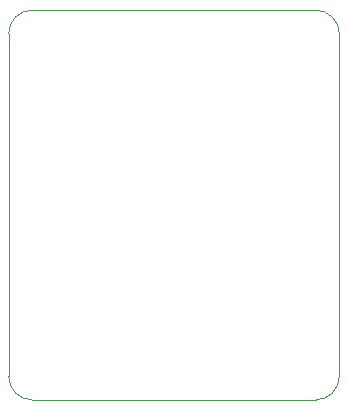
<source format=gbr>
%TF.GenerationSoftware,KiCad,Pcbnew,8.0.5*%
%TF.CreationDate,2024-12-20T11:39:28+13:00*%
%TF.ProjectId,eurorack_to_usb_7805,6575726f-7261-4636-9b5f-746f5f757362,rev?*%
%TF.SameCoordinates,Original*%
%TF.FileFunction,Profile,NP*%
%FSLAX46Y46*%
G04 Gerber Fmt 4.6, Leading zero omitted, Abs format (unit mm)*
G04 Created by KiCad (PCBNEW 8.0.5) date 2024-12-20 11:39:28*
%MOMM*%
%LPD*%
G01*
G04 APERTURE LIST*
%TA.AperFunction,Profile*%
%ADD10C,0.050000*%
%TD*%
G04 APERTURE END LIST*
D10*
X137000000Y-109000000D02*
G75*
G02*
X135000000Y-107000000I0J2000000D01*
G01*
X135000000Y-78000000D02*
G75*
G02*
X137000000Y-76000000I2000000J0D01*
G01*
X161000000Y-76000000D02*
X137000000Y-76000000D01*
X163000000Y-107000000D02*
G75*
G02*
X161000000Y-109000000I-2000000J0D01*
G01*
X161000000Y-76000000D02*
G75*
G02*
X163000000Y-78000000I0J-2000000D01*
G01*
X161000000Y-109000000D02*
X137000000Y-109000000D01*
X135000000Y-78000000D02*
X135000000Y-107000000D01*
X163000000Y-78000000D02*
X163000000Y-107000000D01*
M02*

</source>
